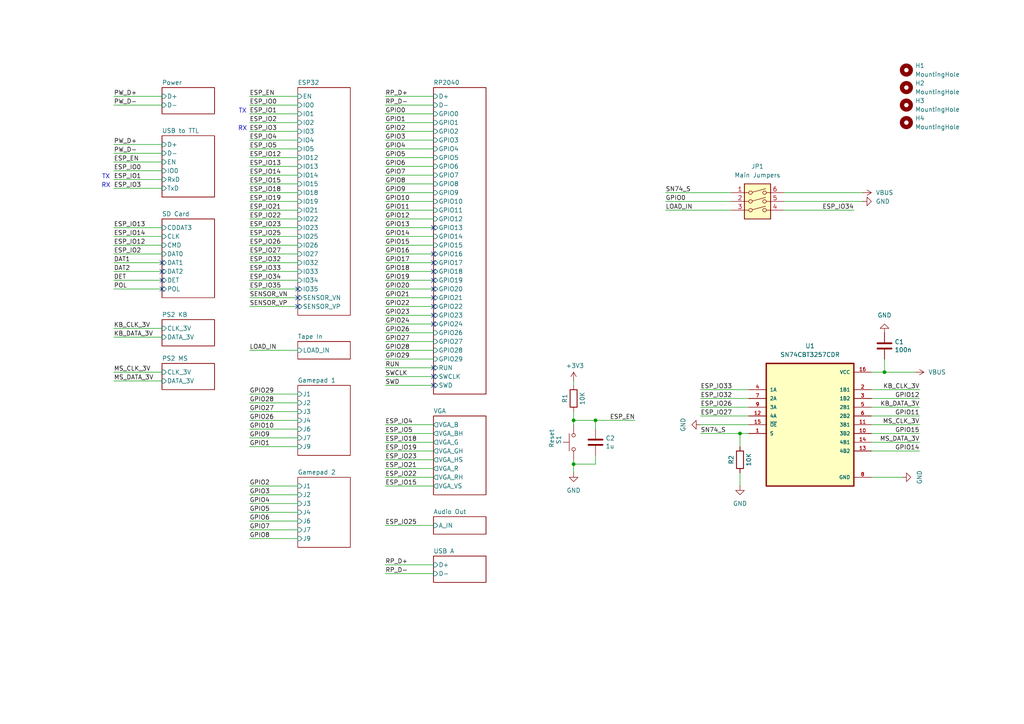
<source format=kicad_sch>
(kicad_sch (version 20250114) (generator "eeschema") (generator_version "9.0")
  (paper "A4")
  (title_block (title "${NAME}") (date "2025-04-30") (rev "${VERSION}") (company "Mikhail Matveev") (comment 1 "https://github.com/rh1tech/echo"))
  (lib_symbols
    (symbol "Device:C" (pin_numbers (hide yes)) (pin_names (offset 0.254))
      (property "Reference" "C" (at 0.635 2.54 0))
      (property "Value" "C" (at 0.635 -2.54 0))
      (symbol "C_0_1"
        (polyline (pts (xy -2.032 0.762) (xy 2.032 0.762)) (stroke (width 0.508)))
        (polyline (pts (xy -2.032 -0.762) (xy 2.032 -0.762)) (stroke (width 0.508)))
      )
      (symbol "C_1_1"
        (pin passive line (at 0 3.81 270) (length 2.794) (name "~") (number "1"))
        (pin passive line (at 0 -3.81 90) (length 2.794) (name "~") (number "2"))
      )
    )
    (symbol "Device:R" (pin_numbers (hide yes)) (pin_names (offset 0))
      (property "Reference" "R" (at 2.032 0 90))
      (property "Value" "R" (at 0 0 90))
      (symbol "R_0_1"
        (rectangle (start -1.016 -2.54) (end 1.016 2.54) (stroke (width 0.254)))
      )
      (symbol "R_1_1"
        (pin passive line (at 0 3.81 270) (length 1.27) (name "~") (number "1"))
        (pin passive line (at 0 -3.81 90) (length 1.27) (name "~") (number "2"))
      )
    )
    (symbol "GND_1" (power) (pin_numbers (hide yes)) (pin_names (offset 0) (hide yes))
      (property "Value" "GND" (at 0 -3.81 0))
      (symbol "GND_1_0_1"
        (polyline (pts (xy 0 0) (xy 0 -1.27) (xy 1.27 -1.27) (xy 0 -2.54) (xy -1.27 -1.27) (xy 0 -1.27)))
      )
      (symbol "GND_1_1_1"
        (pin power_in line (at 0 0 270) (length 0) (name "~") (number "1"))
      )
    )
    (symbol "Mechanical:MountingHole" (pin_names (offset 1.016)) (exclude_from_sim yes) (in_bom no)
      (property "Reference" "H" (at 0 5.08 0))
      (property "Value" "MountingHole" (at 0 3.175 0))
      (symbol "MountingHole_0_1"
        (circle (center 0 0) (radius 1.27) (stroke (width 1.27)))
      )
    )
    (symbol "SN74CBT3257CDR:SN74CBT3257CDR" (pin_names (offset 1.016))
      (property "Reference" "U" (at -12.7 18.78 0))
      (property "Value" "SN74CBT3257CDR" (at -12.7 -21.78 0))
      (symbol "SN74CBT3257CDR_0_0"
        (rectangle (start -12.7 -17.78) (end 12.7 17.78) (stroke (width 0.41)) (fill (type background)))
        (pin input line (at -17.78 10.16 0) (length 5.08) (name "1A") (number "4"))
        (pin input line (at -17.78 7.62 0) (length 5.08) (name "2A") (number "7"))
        (pin input line (at -17.78 5.08 0) (length 5.08) (name "3A") (number "9"))
        (pin input line (at -17.78 2.54 0) (length 5.08) (name "4A") (number "12"))
        (pin input line (at -17.78 0 0) (length 5.08) (name "~{OE}") (number "15"))
        (pin input line (at -17.78 -2.54 0) (length 5.08) (name "S") (number "1"))
        (pin power_in line (at 17.78 15.24 180) (length 5.08) (name "VCC") (number "16"))
        (pin output line (at 17.78 10.16 180) (length 5.08) (name "1B1") (number "2"))
        (pin output line (at 17.78 7.62 180) (length 5.08) (name "1B2") (number "3"))
        (pin output line (at 17.78 5.08 180) (length 5.08) (name "2B1") (number "5"))
        (pin output line (at 17.78 2.54 180) (length 5.08) (name "2B2") (number "6"))
        (pin output line (at 17.78 0 180) (length 5.08) (name "3B1") (number "11"))
        (pin output line (at 17.78 -2.54 180) (length 5.08) (name "3B2") (number "10"))
        (pin output line (at 17.78 -5.08 180) (length 5.08) (name "4B1") (number "14"))
        (pin output line (at 17.78 -7.62 180) (length 5.08) (name "4B2") (number "13"))
        (pin power_in line (at 17.78 -15.24 180) (length 5.08) (name "GND") (number "8"))
      )
    )
    (symbol "Switch:SW_DIP_x03" (pin_names (offset 0) (hide yes))
      (property "Reference" "SW" (at 0 6.35 0))
      (property "Value" "SW_DIP_x03" (at 0 -6.35 0))
      (symbol "SW_DIP_x03_0_0"
        (circle (center -2.032 2.54) (radius 0.508))
        (circle (center -2.032 0) (radius 0.508))
        (circle (center -2.032 -2.54) (radius 0.508))
        (polyline (pts (xy -1.524 2.667) (xy 2.3622 3.7084)))
        (polyline (pts (xy -1.524 0.127) (xy 2.3622 1.1684)))
        (polyline (pts (xy -1.524 -2.413) (xy 2.3622 -1.3716)))
        (circle (center 2.032 2.54) (radius 0.508))
        (circle (center 2.032 0) (radius 0.508))
        (circle (center 2.032 -2.54) (radius 0.508))
      )
      (symbol "SW_DIP_x03_0_1"
        (rectangle (start -3.81 5.08) (end 3.81 -5.08) (stroke (width 0.254)) (fill (type background)))
      )
      (symbol "SW_DIP_x03_1_1"
        (pin passive line (at -7.62 2.54 0) (length 5.08) (name "~") (number "1"))
        (pin passive line (at -7.62 0 0) (length 5.08) (name "~") (number "2"))
        (pin passive line (at -7.62 -2.54 0) (length 5.08) (name "~") (number "3"))
        (pin passive line (at 7.62 2.54 180) (length 5.08) (name "~") (number "6"))
        (pin passive line (at 7.62 0 180) (length 5.08) (name "~") (number "5"))
        (pin passive line (at 7.62 -2.54 180) (length 5.08) (name "~") (number "4"))
      )
    )
    (symbol "Switch:SW_Push" (pin_numbers (hide yes)) (pin_names (offset 1.016) (hide yes))
      (property "Reference" "SW" (at 1.27 2.54 0))
      (property "Value" "SW_Push" (at 0 -1.524 0))
      (symbol "SW_Push_0_1"
        (circle (center -2.032 0) (radius 0.508))
        (polyline (pts (xy 0 1.27) (xy 0 3.048)))
        (circle (center 2.032 0) (radius 0.508))
        (polyline (pts (xy 2.54 1.27) (xy -2.54 1.27)))
        (pin passive line (at -5.08 0 0) (length 2.54) (name "1") (number "1"))
        (pin passive line (at 5.08 0 180) (length 2.54) (name "2") (number "2"))
      )
    )
    (symbol "power:+3V3" (power) (pin_numbers (hide yes)) (pin_names (offset 0) (hide yes))
      (property "Value" "+3V3" (at 0 3.556 0))
      (symbol "+3V3_0_1"
        (polyline (pts (xy -0.762 1.27) (xy 0 2.54)))
        (polyline (pts (xy 0 2.54) (xy 0.762 1.27)))
        (polyline (pts (xy 0 0) (xy 0 2.54)))
      )
      (symbol "+3V3_1_1"
        (pin power_in line (at 0 0 90) (length 0) (name "~") (number "1"))
      )
    )
    (symbol "power:GND" (power) (pin_numbers (hide yes)) (pin_names (offset 0) (hide yes))
      (property "Value" "GND" (at 0 -3.81 0))
      (symbol "GND_0_1"
        (polyline (pts (xy 0 0) (xy 0 -1.27) (xy 1.27 -1.27) (xy 0 -2.54) (xy -1.27 -1.27) (xy 0 -1.27)))
      )
      (symbol "GND_1_1"
        (pin power_in line (at 0 0 270) (length 0) (name "~") (number "1"))
      )
    )
    (symbol "power:VBUS" (power) (pin_numbers (hide yes)) (pin_names (offset 0) (hide yes))
      (property "Value" "VBUS" (at 0 3.556 0))
      (symbol "VBUS_0_1"
        (polyline (pts (xy -0.762 1.27) (xy 0 2.54)))
        (polyline (pts (xy 0 2.54) (xy 0.762 1.27)))
        (polyline (pts (xy 0 0) (xy 0 2.54)))
      )
      (symbol "VBUS_1_1"
        (pin power_in line (at 0 0 90) (length 0) (name "~") (number "1"))
      )
    )
  )
  (text "RX" (at 30.734 53.848 0) (effects (font (size 1.27 1.27))))
  (text "TX" (at 70.358 32.258 0) (effects (font (size 1.27 1.27))))
  (text "RX" (at 70.358 37.338 0) (effects (font (size 1.27 1.27))))
  (text "TX" (at 30.734 51.308 0) (effects (font (size 1.27 1.27))))
  (junction (at 166.37 134.62))
  (junction (at 172.72 121.92))
  (junction (at 166.37 121.92))
  (junction (at 256.54 107.95))
  (junction (at 214.63 125.73))
  (no_connect (at 46.99 81.28))
  (no_connect (at 125.73 73.66))
  (no_connect (at 125.73 86.36))
  (no_connect (at 46.99 83.82))
  (no_connect (at 125.73 106.68))
  (no_connect (at 125.73 109.22))
  (no_connect (at 86.36 88.9))
  (no_connect (at 125.73 81.28))
  (no_connect (at 125.73 88.9))
  (no_connect (at 86.36 83.82))
  (no_connect (at 86.36 86.36))
  (no_connect (at 125.73 83.82))
  (no_connect (at 125.73 78.74))
  (no_connect (at 125.73 66.04))
  (no_connect (at 125.73 93.98))
  (no_connect (at 46.99 78.74))
  (no_connect (at 125.73 111.76))
  (no_connect (at 125.73 76.2))
  (no_connect (at 125.73 91.44))
  (no_connect (at 46.99 76.2))
  (wire (pts (xy 266.7 120.65) (xy 252.73 120.65)))
  (wire (pts (xy 203.2 113.03) (xy 217.17 113.03)))
  (wire (pts (xy 252.73 128.27) (xy 266.7 128.27)))
  (wire (pts (xy 166.37 110.49) (xy 166.37 111.76)))
  (wire (pts (xy 33.02 68.58) (xy 46.99 68.58)))
  (wire (pts (xy 203.2 123.19) (xy 217.17 123.19)))
  (wire (pts (xy 111.76 71.12) (xy 125.73 71.12)))
  (wire (pts (xy 111.76 130.81) (xy 125.73 130.81)))
  (wire (pts (xy 33.02 44.45) (xy 46.99 44.45)))
  (wire (pts (xy 72.39 71.12) (xy 86.36 71.12)))
  (wire (pts (xy 111.76 123.19) (xy 125.73 123.19)))
  (wire (pts (xy 72.39 43.18) (xy 86.36 43.18)))
  (wire (pts (xy 72.39 88.9) (xy 86.36 88.9)))
  (wire (pts (xy 72.39 83.82) (xy 86.36 83.82)))
  (wire (pts (xy 111.76 140.97) (xy 125.73 140.97)))
  (wire (pts (xy 111.76 38.1) (xy 125.73 38.1)))
  (wire (pts (xy 72.39 78.74) (xy 86.36 78.74)))
  (wire (pts (xy 111.76 27.94) (xy 125.73 27.94)))
  (wire (pts (xy 252.73 107.95) (xy 256.54 107.95)))
  (wire (pts (xy 111.76 152.4) (xy 125.73 152.4)))
  (wire (pts (xy 72.39 119.38) (xy 86.36 119.38)))
  (wire (pts (xy 252.73 123.19) (xy 266.7 123.19)))
  (wire (pts (xy 111.76 45.72) (xy 125.73 45.72)))
  (wire (pts (xy 111.76 86.36) (xy 125.73 86.36)))
  (wire (pts (xy 111.76 55.88) (xy 125.73 55.88)))
  (wire (pts (xy 72.39 38.1) (xy 86.36 38.1)))
  (wire (pts (xy 203.2 125.73) (xy 214.63 125.73)))
  (wire (pts (xy 72.39 143.51) (xy 86.36 143.51)))
  (wire (pts (xy 111.76 33.02) (xy 125.73 33.02)))
  (wire (pts (xy 33.02 41.91) (xy 46.99 41.91)))
  (wire (pts (xy 72.39 66.04) (xy 86.36 66.04)))
  (wire (pts (xy 166.37 121.92) (xy 172.72 121.92)))
  (wire (pts (xy 111.76 88.9) (xy 125.73 88.9)))
  (wire (pts (xy 166.37 121.92) (xy 166.37 123.19)))
  (wire (pts (xy 227.33 58.42) (xy 250.19 58.42)))
  (wire (pts (xy 111.76 163.83) (xy 125.73 163.83)))
  (wire (pts (xy 252.73 130.81) (xy 266.7 130.81)))
  (wire (pts (xy 33.02 49.53) (xy 46.99 49.53)))
  (wire (pts (xy 72.39 68.58) (xy 86.36 68.58)))
  (wire (pts (xy 33.02 52.07) (xy 46.99 52.07)))
  (wire (pts (xy 33.02 110.49) (xy 46.99 110.49)))
  (wire (pts (xy 111.76 58.42) (xy 125.73 58.42)))
  (wire (pts (xy 72.39 86.36) (xy 86.36 86.36)))
  (wire (pts (xy 72.39 60.96) (xy 86.36 60.96)))
  (wire (pts (xy 72.39 27.94) (xy 86.36 27.94)))
  (wire (pts (xy 33.02 27.94) (xy 46.99 27.94)))
  (wire (pts (xy 111.76 78.74) (xy 125.73 78.74)))
  (wire (pts (xy 72.39 81.28) (xy 86.36 81.28)))
  (wire (pts (xy 72.39 151.13) (xy 86.36 151.13)))
  (wire (pts (xy 33.02 71.12) (xy 46.99 71.12)))
  (wire (pts (xy 111.76 99.06) (xy 125.73 99.06)))
  (wire (pts (xy 72.39 50.8) (xy 86.36 50.8)))
  (wire (pts (xy 33.02 95.25) (xy 46.99 95.25)))
  (wire (pts (xy 265.43 107.95) (xy 256.54 107.95)))
  (wire (pts (xy 33.02 46.99) (xy 46.99 46.99)))
  (wire (pts (xy 111.76 50.8) (xy 125.73 50.8)))
  (wire (pts (xy 72.39 33.02) (xy 86.36 33.02)))
  (wire (pts (xy 33.02 73.66) (xy 46.99 73.66)))
  (wire (pts (xy 72.39 156.21) (xy 86.36 156.21)))
  (wire (pts (xy 111.76 60.96) (xy 125.73 60.96)))
  (wire (pts (xy 72.39 148.59) (xy 86.36 148.59)))
  (wire (pts (xy 72.39 146.05) (xy 86.36 146.05)))
  (wire (pts (xy 72.39 114.3) (xy 86.36 114.3)))
  (wire (pts (xy 72.39 73.66) (xy 86.36 73.66)))
  (wire (pts (xy 111.76 76.2) (xy 125.73 76.2)))
  (wire (pts (xy 214.63 125.73) (xy 214.63 129.54)))
  (wire (pts (xy 203.2 118.11) (xy 217.17 118.11)))
  (wire (pts (xy 72.39 35.56) (xy 86.36 35.56)))
  (wire (pts (xy 214.63 137.16) (xy 214.63 140.97)))
  (wire (pts (xy 111.76 101.6) (xy 125.73 101.6)))
  (wire (pts (xy 166.37 134.62) (xy 166.37 133.35)))
  (wire (pts (xy 72.39 121.92) (xy 86.36 121.92)))
  (wire (pts (xy 203.2 120.65) (xy 217.17 120.65)))
  (wire (pts (xy 111.76 125.73) (xy 125.73 125.73)))
  (wire (pts (xy 72.39 30.48) (xy 86.36 30.48)))
  (wire (pts (xy 33.02 97.79) (xy 46.99 97.79)))
  (wire (pts (xy 111.76 133.35) (xy 125.73 133.35)))
  (wire (pts (xy 166.37 134.62) (xy 172.72 134.62)))
  (wire (pts (xy 111.76 81.28) (xy 125.73 81.28)))
  (wire (pts (xy 72.39 124.46) (xy 86.36 124.46)))
  (wire (pts (xy 33.02 30.48) (xy 46.99 30.48)))
  (wire (pts (xy 111.76 30.48) (xy 125.73 30.48)))
  (wire (pts (xy 111.76 63.5) (xy 125.73 63.5)))
  (wire (pts (xy 214.63 125.73) (xy 217.17 125.73)))
  (wire (pts (xy 111.76 48.26) (xy 125.73 48.26)))
  (wire (pts (xy 252.73 118.11) (xy 266.7 118.11)))
  (wire (pts (xy 72.39 101.6) (xy 86.36 101.6)))
  (wire (pts (xy 172.72 121.92) (xy 172.72 124.46)))
  (wire (pts (xy 111.76 106.68) (xy 125.73 106.68)))
  (wire (pts (xy 72.39 40.64) (xy 86.36 40.64)))
  (wire (pts (xy 111.76 73.66) (xy 125.73 73.66)))
  (wire (pts (xy 111.76 91.44) (xy 125.73 91.44)))
  (wire (pts (xy 252.73 125.73) (xy 266.7 125.73)))
  (wire (pts (xy 72.39 127) (xy 86.36 127)))
  (wire (pts (xy 111.76 111.76) (xy 125.73 111.76)))
  (wire (pts (xy 111.76 68.58) (xy 125.73 68.58)))
  (wire (pts (xy 72.39 129.54) (xy 86.36 129.54)))
  (wire (pts (xy 111.76 135.89) (xy 125.73 135.89)))
  (wire (pts (xy 111.76 43.18) (xy 125.73 43.18)))
  (wire (pts (xy 111.76 93.98) (xy 125.73 93.98)))
  (wire (pts (xy 72.39 58.42) (xy 86.36 58.42)))
  (wire (pts (xy 72.39 63.5) (xy 86.36 63.5)))
  (wire (pts (xy 33.02 78.74) (xy 46.99 78.74)))
  (wire (pts (xy 111.76 104.14) (xy 125.73 104.14)))
  (wire (pts (xy 72.39 45.72) (xy 86.36 45.72)))
  (wire (pts (xy 193.04 55.88) (xy 212.09 55.88)))
  (wire (pts (xy 72.39 53.34) (xy 86.36 53.34)))
  (wire (pts (xy 111.76 166.37) (xy 125.73 166.37)))
  (wire (pts (xy 261.62 138.43) (xy 252.73 138.43)))
  (wire (pts (xy 172.72 121.92) (xy 184.15 121.92)))
  (wire (pts (xy 111.76 83.82) (xy 125.73 83.82)))
  (wire (pts (xy 166.37 119.38) (xy 166.37 121.92)))
  (wire (pts (xy 256.54 104.14) (xy 256.54 107.95)))
  (wire (pts (xy 172.72 132.08) (xy 172.72 134.62)))
  (wire (pts (xy 72.39 48.26) (xy 86.36 48.26)))
  (wire (pts (xy 111.76 138.43) (xy 125.73 138.43)))
  (wire (pts (xy 111.76 40.64) (xy 125.73 40.64)))
  (wire (pts (xy 111.76 128.27) (xy 125.73 128.27)))
  (wire (pts (xy 33.02 81.28) (xy 46.99 81.28)))
  (wire (pts (xy 193.04 58.42) (xy 212.09 58.42)))
  (wire (pts (xy 252.73 115.57) (xy 266.7 115.57)))
  (wire (pts (xy 72.39 140.97) (xy 86.36 140.97)))
  (wire (pts (xy 33.02 66.04) (xy 46.99 66.04)))
  (wire (pts (xy 111.76 53.34) (xy 125.73 53.34)))
  (wire (pts (xy 203.2 115.57) (xy 217.17 115.57)))
  (wire (pts (xy 111.76 66.04) (xy 125.73 66.04)))
  (wire (pts (xy 72.39 55.88) (xy 86.36 55.88)))
  (wire (pts (xy 111.76 109.22) (xy 125.73 109.22)))
  (wire (pts (xy 111.76 35.56) (xy 125.73 35.56)))
  (wire (pts (xy 193.04 60.96) (xy 212.09 60.96)))
  (wire (pts (xy 72.39 116.84) (xy 86.36 116.84)))
  (wire (pts (xy 166.37 137.16) (xy 166.37 134.62)))
  (wire (pts (xy 72.39 153.67) (xy 86.36 153.67)))
  (wire (pts (xy 111.76 96.52) (xy 125.73 96.52)))
  (wire (pts (xy 227.33 60.96) (xy 247.65 60.96)))
  (wire (pts (xy 227.33 55.88) (xy 250.19 55.88)))
  (wire (pts (xy 33.02 83.82) (xy 46.99 83.82)))
  (wire (pts (xy 33.02 107.95) (xy 46.99 107.95)))
  (wire (pts (xy 33.02 76.2) (xy 46.99 76.2)))
  (wire (pts (xy 266.7 113.03) (xy 252.73 113.03)))
  (wire (pts (xy 72.39 76.2) (xy 86.36 76.2)))
  (wire (pts (xy 33.02 54.61) (xy 46.99 54.61)))
  (label "ESP_IO19" (at 111.76 130.81 0))
  (label "ESP_EN" (at 72.39 27.94 0))
  (label "GPIO1" (at 72.39 129.54 0))
  (label "GPIO22" (at 111.76 88.9 0))
  (label "GPIO4" (at 111.76 43.18 0))
  (label "ESP_IO19" (at 72.39 58.42 0))
  (label "GPIO5" (at 111.76 45.72 0))
  (label "ESP_IO18" (at 111.76 128.27 0))
  (label "DAT1" (at 33.02 76.2 0))
  (label "GPIO8" (at 72.39 156.21 0))
  (label "ESP_IO26" (at 72.39 71.12 0))
  (label "SENSOR_VP" (at 72.39 88.9 0))
  (label "ESP_IO33" (at 72.39 78.74 0))
  (label "MS_DATA_3V" (at 266.7 128.27 180))
  (label "ESP_IO12" (at 72.39 45.72 0))
  (label "ESP_IO13" (at 72.39 48.26 0))
  (label "ESP_IO2" (at 72.39 35.56 0))
  (label "GPIO0" (at 193.04 58.42 0))
  (label "GPIO8" (at 111.76 53.34 0))
  (label "GPIO14" (at 111.76 68.58 0))
  (label "ESP_IO4" (at 111.76 123.19 0))
  (label "GPIO29" (at 111.76 104.14 0))
  (label "ESP_IO12" (at 33.02 71.12 0))
  (label "ESP_IO1" (at 72.39 33.02 0))
  (label "PW_D-" (at 33.02 30.48 0))
  (label "GPIO23" (at 111.76 91.44 0))
  (label "ESP_IO0" (at 33.02 49.53 0))
  (label "ESP_IO0" (at 72.39 30.48 0))
  (label "KB_CLK_3V" (at 266.7 113.03 180))
  (label "GPIO0" (at 111.76 33.02 0))
  (label "ESP_IO3" (at 33.02 54.61 0))
  (label "GPIO15" (at 111.76 71.12 0))
  (label "GPIO10" (at 111.76 58.42 0))
  (label "ESP_IO22" (at 111.76 138.43 0))
  (label "GPIO15" (at 266.7 125.73 180))
  (label "GPIO3" (at 72.39 143.51 0))
  (label "GPIO12" (at 111.76 63.5 0))
  (label "DET" (at 33.02 81.28 0))
  (label "GPIO11" (at 111.76 60.96 0))
  (label "KB_DATA_3V" (at 266.7 118.11 180))
  (label "GPIO9" (at 72.39 127 0))
  (label "ESP_IO5" (at 111.76 125.73 0))
  (label "SN74_S" (at 203.2 125.73 0))
  (label "GPIO20" (at 111.76 83.82 0))
  (label "GPIO11" (at 266.7 120.65 180))
  (label "SWD" (at 111.76 111.76 0))
  (label "KB_DATA_3V" (at 33.02 97.79 0))
  (label "ESP_IO27" (at 203.2 120.65 0))
  (label "ESP_IO22" (at 72.39 63.5 0))
  (label "GPIO7" (at 111.76 50.8 0))
  (label "ESP_EN" (at 184.15 121.92 180))
  (label "ESP_IO33" (at 203.2 113.03 0))
  (label "ESP_IO34" (at 72.39 81.28 0))
  (label "ESP_IO34" (at 247.65 60.96 180))
  (label "GPIO28" (at 111.76 101.6 0))
  (label "PW_D+" (at 33.02 27.94 0))
  (label "ESP_IO15" (at 111.76 140.97 0))
  (label "ESP_IO32" (at 203.2 115.57 0))
  (label "ESP_IO3" (at 72.39 38.1 0))
  (label "GPIO3" (at 111.76 40.64 0))
  (label "KB_CLK_3V" (at 33.02 95.25 0))
  (label "MS_CLK_3V" (at 33.02 107.95 0))
  (label "GPIO7" (at 72.39 153.67 0))
  (label "RP_D+" (at 111.76 27.94 0))
  (label "GPIO10" (at 72.39 124.46 0))
  (label "RP_D-" (at 111.76 30.48 0))
  (label "GPIO27" (at 72.39 119.38 0))
  (label "GPIO1" (at 111.76 35.56 0))
  (label "POL" (at 33.02 83.82 0))
  (label "GPIO17" (at 111.76 76.2 0))
  (label "LOAD_IN" (at 193.04 60.96 0))
  (label "GPIO6" (at 72.39 151.13 0))
  (label "ESP_IO21" (at 111.76 135.89 0))
  (label "ESP_IO25" (at 111.76 152.4 0))
  (label "ESP_IO32" (at 72.39 76.2 0))
  (label "GPIO16" (at 111.76 73.66 0))
  (label "ESP_IO14" (at 72.39 50.8 0))
  (label "GPIO27" (at 111.76 99.06 0))
  (label "GPIO24" (at 111.76 93.98 0))
  (label "PW_D-" (at 33.02 44.45 0))
  (label "SENSOR_VN" (at 72.39 86.36 0))
  (label "GPIO29" (at 72.39 114.3 0))
  (label "ESP_IO23" (at 111.76 133.35 0))
  (label "DAT2" (at 33.02 78.74 0))
  (label "ESP_IO27" (at 72.39 73.66 0))
  (label "LOAD_IN" (at 72.39 101.6 0))
  (label "MS_DATA_3V" (at 33.02 110.49 0))
  (label "GPIO6" (at 111.76 48.26 0))
  (label "SWCLK" (at 111.76 109.22 0))
  (label "GPIO18" (at 111.76 78.74 0))
  (label "SN74_S" (at 193.04 55.88 0))
  (label "ESP_EN" (at 33.02 46.99 0))
  (label "RP_D+" (at 111.76 163.83 0))
  (label "GPIO2" (at 72.39 140.97 0))
  (label "GPIO4" (at 72.39 146.05 0))
  (label "ESP_IO1" (at 33.02 52.07 0))
  (label "RP_D-" (at 111.76 166.37 0))
  (label "ESP_IO21" (at 72.39 60.96 0))
  (label "ESP_IO4" (at 72.39 40.64 0))
  (label "MS_CLK_3V" (at 266.7 123.19 180))
  (label "GPIO2" (at 111.76 38.1 0))
  (label "ESP_IO2" (at 33.02 73.66 0))
  (label "ESP_IO15" (at 72.39 53.34 0))
  (label "GPIO19" (at 111.76 81.28 0))
  (label "ESP_IO13" (at 33.02 66.04 0))
  (label "GPIO26" (at 72.39 121.92 0))
  (label "GPIO5" (at 72.39 148.59 0))
  (label "ESP_IO5" (at 72.39 43.18 0))
  (label "ESP_IO23" (at 72.39 66.04 0))
  (label "GPIO21" (at 111.76 86.36 0))
  (label "GPIO9" (at 111.76 55.88 0))
  (label "ESP_IO35" (at 72.39 83.82 0))
  (label "GPIO13" (at 111.76 66.04 0))
  (label "ESP_IO25" (at 72.39 68.58 0))
  (label "GPIO26" (at 111.76 96.52 0))
  (label "ESP_IO18" (at 72.39 55.88 0))
  (label "GPIO28" (at 72.39 116.84 0))
  (label "PW_D+" (at 33.02 41.91 0))
  (label "RUN" (at 111.76 106.68 0))
  (label "GPIO14" (at 266.7 130.81 180))
  (label "ESP_IO14" (at 33.02 68.58 0))
  (label "ESP_IO26" (at 203.2 118.11 0))
  (label "GPIO12" (at 266.7 115.57 180))
  (symbol (lib_id "power:GND") (at 261.62 138.43 90) (unit 1)
    (property "Reference" "#PWR08" (effects (hide yes)))
    (property "Value" "GND" (at 266.7 138.43 0))
    (property "Description" "Power symbol creates a global label with name \"GND\" , ground" (effects (hide yes)))
  )
  (symbol (lib_id "SN74CBT3257CDR:SN74CBT3257CDR") (at 234.95 123.19 0) (unit 1)
    (property "Reference" "U1" (at 234.95 100.33 0))
    (property "Value" "SN74CBT3257CDR" (at 234.95 102.87 0))
    (property "Footprint" "FRANK:SOP-16" (effects (hide yes)))
    (property "MF" "Texas Instruments" (effects (hide yes)))
    (property "Description_1" "5-V, 2:1 (SPDT), 4-channel FET bus switch with –2-V undershoot protection" (effects (hide yes)))
    (property "Package" "SOIC-16 Texas Instruments" (effects (hide yes)))
    (property "Price" "None" (effects (hide yes)))
    (property "SnapEDA_Link" "https://www.snapeda.com/parts/SN74CBT3257CDR/Texas+Instruments/view-part/?ref=snap" (effects (hide yes)))
    (property "MP" "SN74CBT3257CDR" (effects (hide yes)))
    (property "Availability" "In Stock" (effects (hide yes)))
    (property "Check_prices" "https://www.snapeda.com/parts/SN74CBT3257CDR/Texas+Instruments/view-part/?ref=eda" (effects (hide yes)))
  )
  (symbol (lib_id "Switch:SW_DIP_x03") (at 219.71 58.42 0) (unit 1)
    (property "Reference" "JP1" (at 219.71 48.26 0))
    (property "Value" "Main Jumpers" (at 219.71 50.8 0))
    (property "Footprint" "FRANK:SW_DS05-127-2-03BK-SMT-TR" (effects (hide yes)))
    (property "Description" "3x DIP Switch, Single Pole Single Throw (SPST) switch, small symbol" (effects (hide yes)))
    (property "AliExpress" "https://www.aliexpress.com/item/1005006144087226.html" (effects (hide yes)))
  )
  (symbol (lib_id "power:GND") (at 214.63 140.97 0) (unit 1)
    (property "Reference" "#PWR09" (effects (hide yes)))
    (property "Value" "GND" (at 214.63 146.05 0))
    (property "Description" "Power symbol creates a global label with name \"GND\" , ground" (effects (hide yes)))
  )
  (symbol (lib_id "power:GND") (at 256.54 96.52 180) (unit 1)
    (property "Reference" "#PWR03" (effects (hide yes)))
    (property "Value" "GND" (at 256.54 91.44 0))
    (property "Description" "Power symbol creates a global label with name \"GND\" , ground" (effects (hide yes)))
  )
  (symbol (lib_id "Device:R") (at 214.63 133.35 180) (unit 1)
    (property "Reference" "R2" (at 212.09 133.35 90))
    (property "Value" "10K" (at 217.17 133.35 90))
    (property "Footprint" "FRANK:Resistor (0805)" (effects (hide yes)))
    (property "Datasheet" "https://www.vishay.com/docs/28952/mcs0402at-mct0603at-mcu0805at-mca1206at.pdf" (effects (hide yes)))
    (property "AliExpress" "https://www.aliexpress.com/item/1005005945735199.html" (effects (hide yes)))
  )
  (symbol (lib_name "GND_1") (lib_id "power:GND") (at 250.19 58.42 90) (unit 1)
    (property "Reference" "#PWR02" (effects (hide yes)))
    (property "Value" "GND" (at 254 58.4199 90) (effects (justify right)))
    (property "Description" "Power symbol creates a global label with name \"GND\" , ground" (effects (hide yes)))
  )
  (symbol (lib_id "power:VBUS") (at 250.19 55.88 270) (unit 1)
    (property "Reference" "#PWR01" (effects (hide yes)))
    (property "Value" "VBUS" (at 254 55.8799 90) (effects (justify left)))
    (property "Description" "Power symbol creates a global label with name \"VBUS\"" (effects (hide yes)))
  )
  (symbol (lib_id "power:+3V3") (at 166.37 110.49 0) (unit 1)
    (property "Reference" "#PWR05" (effects (hide yes)))
    (property "Value" "+3V3" (at 166.751 106.0958 0))
    (property "Description" "Power symbol creates a global label with name \"+3V3\"" (effects (hide yes)))
  )
  (symbol (lib_id "power:VBUS") (at 265.43 107.95 270) (unit 1)
    (property "Reference" "#PWR04" (effects (hide yes)))
    (property "Value" "VBUS" (at 269.24 107.9499 90) (effects (justify left)))
    (property "Description" "Power symbol creates a global label with name \"VBUS\"" (effects (hide yes)))
  )
  (symbol (lib_id "Switch:SW_Push") (at 166.37 128.27 90) (unit 1)
    (property "Reference" "S1" (at 162.052 126.238 0) (effects (justify right)))
    (property "Value" "Reset" (at 160.02 124.46 0) (effects (justify right)))
    (property "Footprint" "FRANK:TACT-SIDE-4623" (effects (hide yes)))
    (property "Description" "Push button switch, generic, two pins" (effects (hide yes)))
  )
  (symbol (lib_id "Device:C") (at 172.72 128.27 0) (unit 1)
    (property "Reference" "C2" (at 175.641 127.1016 0) (effects (justify left)))
    (property "Value" "1u" (at 175.641 129.413 0) (effects (justify left)))
    (property "Footprint" "FRANK:Capacitor (0805)" (effects (hide yes)))
    (property "Datasheet" "https://eu.mouser.com/datasheet/2/40/KGM_X7R-3223212.pdf" (effects (hide yes)))
    (property "AliExpress" "https://www.aliexpress.com/item/33008008276.html" (effects (hide yes)))
  )
  (symbol (lib_id "Device:C") (at 256.54 100.33 0) (unit 1)
    (property "Reference" "C1" (at 259.461 99.1616 0) (effects (justify left)))
    (property "Value" "100n" (at 259.461 101.473 0) (effects (justify left)))
    (property "Footprint" "FRANK:Capacitor (0805)" (effects (hide yes)))
    (property "Datasheet" "https://eu.mouser.com/datasheet/2/40/KGM_X7R-3223212.pdf" (effects (hide yes)))
    (property "AliExpress" "https://www.aliexpress.com/item/33008008276.html" (effects (hide yes)))
  )
  (symbol (lib_id "Device:R") (at 166.37 115.57 180) (unit 1)
    (property "Reference" "R1" (at 163.83 115.57 90))
    (property "Value" "10K" (at 168.91 115.57 90))
    (property "Footprint" "FRANK:Resistor (0805)" (effects (hide yes)))
    (property "Datasheet" "https://www.vishay.com/docs/28952/mcs0402at-mct0603at-mcu0805at-mca1206at.pdf" (effects (hide yes)))
    (property "AliExpress" "https://www.aliexpress.com/item/1005005945735199.html" (effects (hide yes)))
  )
  (symbol (lib_id "power:GND") (at 203.2 123.19 270) (unit 1)
    (property "Reference" "#PWR06" (effects (hide yes)))
    (property "Value" "GND" (at 198.12 123.19 0))
    (property "Description" "Power symbol creates a global label with name \"GND\" , ground" (effects (hide yes)))
  )
  (symbol (lib_id "Mechanical:MountingHole") (at 262.89 30.48 0) (unit 1) (exclude_from_sim yes) (in_bom no)
    (property "Reference" "H3" (at 265.43 29.2099 0) (effects (justify left)))
    (property "Value" "MountingHole" (at 265.43 31.7499 0) (effects (justify left)))
    (property "Footprint" "FRANK:Mounting Hole (2.7mm)" (effects (hide yes)))
    (property "Description" "Mounting Hole without connection" (effects (hide yes)))
  )
  (symbol (lib_id "Mechanical:MountingHole") (at 262.89 25.4 0) (unit 1) (exclude_from_sim yes) (in_bom no)
    (property "Reference" "H2" (at 265.43 24.1299 0) (effects (justify left)))
    (property "Value" "MountingHole" (at 265.43 26.6699 0) (effects (justify left)))
    (property "Footprint" "FRANK:Mounting Hole (2.7mm)" (effects (hide yes)))
    (property "Description" "Mounting Hole without connection" (effects (hide yes)))
  )
  (symbol (lib_id "Mechanical:MountingHole") (at 262.89 35.56 0) (unit 1) (exclude_from_sim yes) (in_bom no)
    (property "Reference" "H4" (at 265.43 34.2899 0) (effects (justify left)))
    (property "Value" "MountingHole" (at 265.43 36.8299 0) (effects (justify left)))
    (property "Footprint" "FRANK:Mounting Hole (2.7mm)" (effects (hide yes)))
    (property "Description" "Mounting Hole without connection" (effects (hide yes)))
  )
  (symbol (lib_id "power:GND") (at 166.37 137.16 0) (unit 1)
    (property "Reference" "#PWR07" (effects (hide yes)))
    (property "Value" "GND" (at 166.37 142.24 0))
    (property "Description" "Power symbol creates a global label with name \"GND\" , ground" (effects (hide yes)))
  )
  (symbol (lib_id "Mechanical:MountingHole") (at 262.89 20.32 0) (unit 1) (exclude_from_sim yes) (in_bom no)
    (property "Reference" "H1" (at 265.43 19.0499 0) (effects (justify left)))
    (property "Value" "MountingHole" (at 265.43 21.5899 0) (effects (justify left)))
    (property "Footprint" "FRANK:Mounting Hole (2.7mm)" (effects (hide yes)))
    (property "Description" "Mounting Hole without connection" (effects (hide yes)))
  )
  (sheet (at 46.99 105.41) (size 15.24 7.62) (stroke (width 0.1524))
    (property "Sheetname" "PS2 MS" (at 46.99 104.6984 0) (effects (justify left bottom)))
    (property "Sheetfile" "ps2.kicad_sch" (effects (hide yes)))
    (pin "CLK_3V" input (at 46.99 107.95 180))
    (pin "DATA_3V" input (at 46.99 110.49 180))
  )
  (sheet (at 86.36 138.43) (size 15.24 20.32) (stroke (width 0.1524))
    (property "Sheetname" "Gamepad 2" (at 86.36 137.7184 0) (effects (justify left bottom)))
    (property "Sheetfile" "gamepad.kicad_sch" (effects (hide yes)))
    (pin "J1" input (at 86.36 140.97 180))
    (pin "J2" input (at 86.36 143.51 180))
    (pin "J3" input (at 86.36 146.05 180))
    (pin "J4" input (at 86.36 148.59 180))
    (pin "J7" input (at 86.36 153.67 180))
    (pin "J9" input (at 86.36 156.21 180))
    (pin "J6" input (at 86.36 151.13 180))
  )
  (sheet (at 46.99 25.4) (size 15.24 7.62) (stroke (width 0.1524))
    (property "Sheetname" "Power" (at 46.99 24.6884 0) (effects (justify left bottom)))
    (property "Sheetfile" "power.kicad_sch" (effects (hide yes)))
    (pin "D+" input (at 46.99 27.94 180))
    (pin "D-" input (at 46.99 30.48 180))
  )
  (sheet (at 86.36 25.4) (size 15.24 66.04) (stroke (width 0.1524))
    (property "Sheetname" "ESP32" (at 86.36 24.6884 0) (effects (justify left bottom)))
    (property "Sheetfile" "esp32.kicad_sch" (effects (hide yes)))
    (pin "EN" input (at 86.36 27.94 180))
    (pin "IO0" input (at 86.36 30.48 180))
    (pin "IO1" input (at 86.36 33.02 180))
    (pin "IO2" input (at 86.36 35.56 180))
    (pin "IO3" input (at 86.36 38.1 180))
    (pin "IO4" input (at 86.36 40.64 180))
    (pin "IO5" input (at 86.36 43.18 180))
    (pin "IO12" input (at 86.36 45.72 180))
    (pin "IO13" input (at 86.36 48.26 180))
    (pin "IO14" input (at 86.36 50.8 180))
    (pin "IO15" input (at 86.36 53.34 180))
    (pin "IO18" input (at 86.36 55.88 180))
    (pin "IO19" input (at 86.36 58.42 180))
    (pin "IO21" input (at 86.36 60.96 180))
    (pin "IO22" input (at 86.36 63.5 180))
    (pin "IO23" input (at 86.36 66.04 180))
    (pin "IO25" input (at 86.36 68.58 180))
    (pin "IO26" input (at 86.36 71.12 180))
    (pin "IO27" input (at 86.36 73.66 180))
    (pin "IO32" input (at 86.36 76.2 180))
    (pin "IO33" input (at 86.36 78.74 180))
    (pin "IO34" input (at 86.36 81.28 180))
    (pin "IO35" input (at 86.36 83.82 180))
    (pin "SENSOR_VN" input (at 86.36 86.36 180))
    (pin "SENSOR_VP" input (at 86.36 88.9 180))
  )
  (sheet (at 125.73 120.65) (size 15.24 22.86) (stroke (width 0.1524))
    (property "Sheetname" "VGA" (at 125.73 119.9384 0) (effects (justify left bottom)))
    (property "Sheetfile" "vga.kicad_sch" (effects (hide yes)))
    (pin "VGA_B" output (at 125.73 123.19 180))
    (pin "VGA_BH" output (at 125.73 125.73 180))
    (pin "VGA_G" output (at 125.73 128.27 180))
    (pin "VGA_GH" output (at 125.73 130.81 180))
    (pin "VGA_HS" output (at 125.73 133.35 180))
    (pin "VGA_R" output (at 125.73 135.89 180))
    (pin "VGA_RH" output (at 125.73 138.43 180))
    (pin "VGA_VS" output (at 125.73 140.97 180))
  )
  (sheet (at 46.99 63.5) (size 15.24 22.86) (stroke (width 0.1524))
    (property "Sheetname" "SD Card" (at 46.99 62.7884 0) (effects (justify left bottom)))
    (property "Sheetfile" "sd.kicad_sch" (effects (hide yes)))
    (pin "CDDAT3" input (at 46.99 66.04 180))
    (pin "CLK" input (at 46.99 68.58 180))
    (pin "CMD" input (at 46.99 71.12 180))
    (pin "DAT0" input (at 46.99 73.66 180))
    (pin "DAT1" input (at 46.99 76.2 180))
    (pin "DAT2" input (at 46.99 78.74 180))
    (pin "DET" input (at 46.99 81.28 180))
    (pin "POL" input (at 46.99 83.82 180))
  )
  (sheet (at 86.36 111.76) (size 15.24 20.32) (stroke (width 0.1524))
    (property "Sheetname" "Gamepad 1" (at 86.36 111.0484 0) (effects (justify left bottom)))
    (property "Sheetfile" "gamepad.kicad_sch" (effects (hide yes)))
    (pin "J1" input (at 86.36 114.3 180))
    (pin "J2" input (at 86.36 116.84 180))
    (pin "J3" input (at 86.36 119.38 180))
    (pin "J4" input (at 86.36 121.92 180))
    (pin "J7" input (at 86.36 127 180))
    (pin "J9" input (at 86.36 129.54 180))
    (pin "J6" input (at 86.36 124.46 180))
  )
  (sheet (at 125.73 25.4) (size 15.24 88.9) (stroke (width 0.1524))
    (property "Sheetname" "RP2040" (at 125.73 24.6884 0) (effects (justify left bottom)))
    (property "Sheetfile" "rp2040.kicad_sch" (effects (hide yes)))
    (pin "D+" input (at 125.73 27.94 180))
    (pin "D-" input (at 125.73 30.48 180))
    (pin "GPIO0" input (at 125.73 33.02 180))
    (pin "GPIO1" input (at 125.73 35.56 180))
    (pin "GPIO2" input (at 125.73 38.1 180))
    (pin "GPIO3" input (at 125.73 40.64 180))
    (pin "GPIO4" input (at 125.73 43.18 180))
    (pin "GPIO5" input (at 125.73 45.72 180))
    (pin "GPIO6" input (at 125.73 48.26 180))
    (pin "GPIO7" input (at 125.73 50.8 180))
    (pin "GPIO8" input (at 125.73 53.34 180))
    (pin "GPIO9" input (at 125.73 55.88 180))
    (pin "GPIO10" input (at 125.73 58.42 180))
    (pin "GPIO11" input (at 125.73 60.96 180))
    (pin "GPIO12" input (at 125.73 63.5 180))
    (pin "GPIO13" input (at 125.73 66.04 180))
    (pin "GPIO14" input (at 125.73 68.58 180))
    (pin "GPIO15" input (at 125.73 71.12 180))
    (pin "GPIO16" input (at 125.73 73.66 180))
    (pin "GPIO17" input (at 125.73 76.2 180))
    (pin "GPIO18" input (at 125.73 78.74 180))
    (pin "GPIO19" input (at 125.73 81.28 180))
    (pin "GPIO20" input (at 125.73 83.82 180))
    (pin "GPIO21" input (at 125.73 86.36 180))
    (pin "GPIO22" input (at 125.73 88.9 180))
    (pin "GPIO23" input (at 125.73 91.44 180))
    (pin "GPIO24" input (at 125.73 93.98 180))
    (pin "GPIO26" input (at 125.73 96.52 180))
    (pin "GPIO27" input (at 125.73 99.06 180))
    (pin "GPIO28" input (at 125.73 101.6 180))
    (pin "GPIO29" input (at 125.73 104.14 180))
    (pin "RUN" input (at 125.73 106.68 180))
    (pin "SWCLK" input (at 125.73 109.22 180))
    (pin "SWD" input (at 125.73 111.76 180))
  )
  (sheet (at 46.99 92.71) (size 15.24 7.62) (stroke (width 0.1524))
    (property "Sheetname" "PS2 KB" (at 46.99 91.9984 0) (effects (justify left bottom)))
    (property "Sheetfile" "ps2.kicad_sch" (effects (hide yes)))
    (pin "CLK_3V" input (at 46.99 95.25 180))
    (pin "DATA_3V" input (at 46.99 97.79 180))
  )
  (sheet (at 125.73 161.29) (size 15.24 7.62) (stroke (width 0.1524))
    (property "Sheetname" "USB A" (at 125.73 160.5784 0) (effects (justify left bottom)))
    (property "Sheetfile" "usba.kicad_sch" (effects (hide yes)))
    (pin "D+" input (at 125.73 163.83 180))
    (pin "D-" input (at 125.73 166.37 180))
  )
  (sheet (at 125.73 149.86) (size 15.24 5.08) (stroke (width 0.1524))
    (property "Sheetname" "Audio Out" (at 125.73 149.1484 0) (effects (justify left bottom)))
    (property "Sheetfile" "audio.kicad_sch" (effects (hide yes)))
    (pin "A_IN" input (at 125.73 152.4 180))
  )
  (sheet (at 86.36 99.06) (size 15.24 5.08) (stroke (width 0.1524))
    (property "Sheetname" "Tape In" (at 86.36 98.3484 0) (effects (justify left bottom)))
    (property "Sheetfile" "tape.kicad_sch" (effects (hide yes)))
    (pin "LOAD_IN" input (at 86.36 101.6 180))
  )
  (sheet (at 46.99 39.37) (size 15.24 17.78) (stroke (width 0.1524))
    (property "Sheetname" "USB to TTL" (at 46.99 38.6584 0) (effects (justify left bottom)))
    (property "Sheetfile" "usb2ttl.kicad_sch" (effects (hide yes)))
    (pin "D+" input (at 46.99 41.91 180))
    (pin "D-" input (at 46.99 44.45 180))
    (pin "EN" input (at 46.99 46.99 180))
    (pin "IO0" input (at 46.99 49.53 180))
    (pin "RxD" input (at 46.99 52.07 180))
    (pin "TxD" input (at 46.99 54.61 180))
  )
)
</source>
